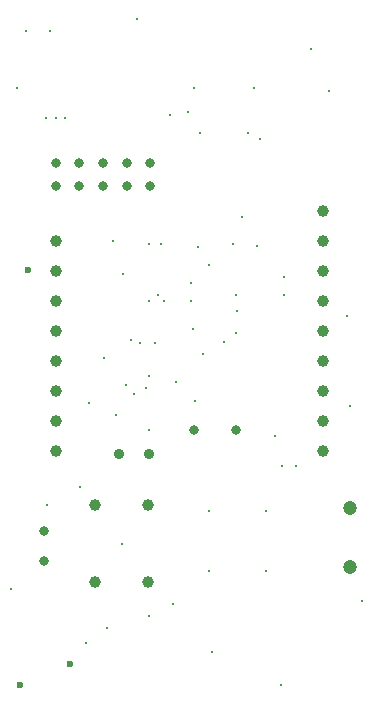
<source format=gbr>
%TF.GenerationSoftware,KiCad,Pcbnew,8.0.1*%
%TF.CreationDate,2024-04-26T00:23:46+02:00*%
%TF.ProjectId,controller_lpc1115_2MU_v1.04,636f6e74-726f-46c6-9c65-725f6c706331,rev?*%
%TF.SameCoordinates,Original*%
%TF.FileFunction,Plated,1,2,PTH,Drill*%
%TF.FilePolarity,Positive*%
%FSLAX46Y46*%
G04 Gerber Fmt 4.6, Leading zero omitted, Abs format (unit mm)*
G04 Created by KiCad (PCBNEW 8.0.1) date 2024-04-26 00:23:46*
%MOMM*%
%LPD*%
G01*
G04 APERTURE LIST*
%TA.AperFunction,ViaDrill*%
%ADD10C,0.300000*%
%TD*%
%TA.AperFunction,ViaDrill*%
%ADD11C,0.600000*%
%TD*%
%TA.AperFunction,ComponentDrill*%
%ADD12C,0.800000*%
%TD*%
%TA.AperFunction,ComponentDrill*%
%ADD13C,0.900000*%
%TD*%
%TA.AperFunction,ComponentDrill*%
%ADD14C,1.000000*%
%TD*%
%TA.AperFunction,ComponentDrill*%
%ADD15C,1.200000*%
%TD*%
G04 APERTURE END LIST*
D10*
X133096000Y-125984000D03*
X133604000Y-83566000D03*
X134366000Y-78740000D03*
X136086000Y-86096000D03*
X136144000Y-118872000D03*
X136398000Y-78740000D03*
X136906000Y-86106000D03*
X137736000Y-86116000D03*
X138938000Y-117348000D03*
X139446000Y-130556000D03*
X139700000Y-110236000D03*
X140970000Y-106426000D03*
X141224000Y-129286000D03*
X141732000Y-96520000D03*
X141986000Y-111252000D03*
X142494000Y-122174000D03*
X142645050Y-99314000D03*
X142868500Y-108712000D03*
X143253144Y-104902000D03*
X143565081Y-109539419D03*
X143764000Y-77724000D03*
X144015144Y-105156000D03*
X144526000Y-108966000D03*
X144780000Y-96774000D03*
X144780000Y-101642800D03*
X144780000Y-107950000D03*
X144780000Y-112522000D03*
X144780000Y-128270000D03*
X145288000Y-105156000D03*
X145555024Y-101105024D03*
X145796000Y-96774000D03*
X146050000Y-101600000D03*
X146558000Y-85852000D03*
X146812000Y-127254000D03*
X147066000Y-108458000D03*
X148082000Y-85598000D03*
X148336000Y-100076000D03*
X148336000Y-101600000D03*
X148518300Y-103994050D03*
X148590000Y-83566000D03*
X148678300Y-110064050D03*
X148971000Y-97028000D03*
X149098000Y-87376000D03*
X149388775Y-106135225D03*
X149860000Y-98552000D03*
X149860000Y-119380000D03*
X149860000Y-124460000D03*
X150114000Y-131318000D03*
X151165612Y-105134617D03*
X151892000Y-96774000D03*
X152146000Y-101092000D03*
X152195900Y-104344950D03*
X152294500Y-102439950D03*
X152654000Y-94488000D03*
X153162000Y-87376000D03*
X153670000Y-83566000D03*
X153940319Y-96998947D03*
X154178000Y-87884000D03*
X154686000Y-119380000D03*
X154686000Y-124460000D03*
X155481300Y-113071400D03*
X155956000Y-134112000D03*
X156069400Y-115590800D03*
X156210000Y-99568000D03*
X156210000Y-101092000D03*
X157226000Y-115570000D03*
X158496000Y-80264000D03*
X160020000Y-83820000D03*
X161544000Y-102870000D03*
X161798000Y-110490000D03*
X162814000Y-127000000D03*
D11*
X133858000Y-134112000D03*
X134602799Y-99042799D03*
X138096800Y-132381800D03*
D12*
%TO.C,C3*%
X135890000Y-121133113D03*
X135890000Y-123633113D03*
%TO.C,J3*%
X136906000Y-89916000D03*
X136906000Y-91916000D03*
X138906000Y-89916000D03*
X138906000Y-91916000D03*
X140906000Y-89916000D03*
X140906000Y-91916000D03*
X142906000Y-89916000D03*
X142906000Y-91916000D03*
X144906000Y-89916000D03*
X144906000Y-91916000D03*
%TO.C,C5*%
X148646000Y-112522000D03*
X152146000Y-112522000D03*
D13*
%TO.C,D4*%
X142245000Y-114554000D03*
X144785000Y-114554000D03*
D14*
%TO.C,J2*%
X136906000Y-96520000D03*
X136906000Y-99060000D03*
X136906000Y-101600000D03*
X136906000Y-104140000D03*
X136906000Y-106680000D03*
X136906000Y-109220000D03*
X136906000Y-111760000D03*
X136906000Y-114300000D03*
%TO.C,SW1*%
X140244000Y-118924000D03*
X140244000Y-125424000D03*
X144744000Y-118924000D03*
X144744000Y-125424000D03*
%TO.C,J1*%
X159512000Y-93990000D03*
X159512000Y-96530000D03*
X159512000Y-99070000D03*
X159512000Y-101610000D03*
X159512000Y-104150000D03*
X159512000Y-106690000D03*
X159512000Y-109230000D03*
X159512000Y-111770000D03*
X159512000Y-114310000D03*
D15*
%TO.C,L2*%
X161798000Y-119166000D03*
X161798000Y-124166000D03*
M02*

</source>
